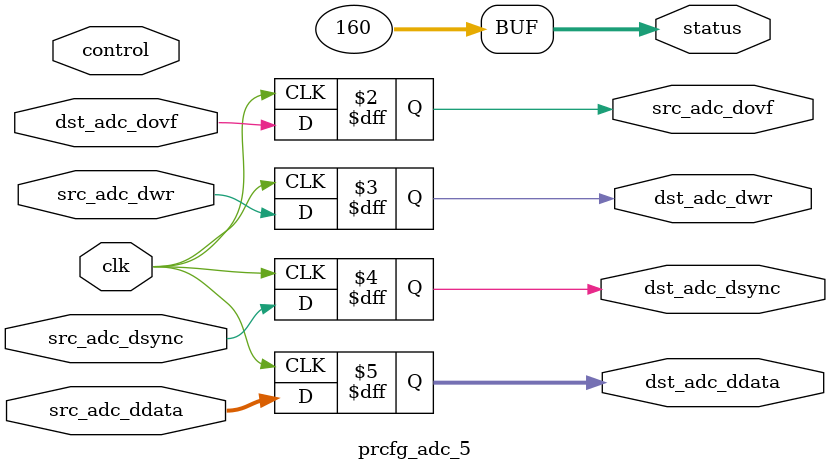
<source format=v>
module prcfg_adc_5 (
  clk,
  control,
  status,
  src_adc_dwr,
  src_adc_dsync,
  src_adc_ddata,
  src_adc_dovf,
  dst_adc_dwr,
  dst_adc_dsync,
  dst_adc_ddata,
  dst_adc_dovf
);
  localparam  RP_ID       = 8'hA0;
  parameter   CHANNEL_ID  = 0;
  input             clk;
  input   [31:0]    control;
  output  [31:0]    status;
  input             src_adc_dwr;
  input             src_adc_dsync;
  input   [31:0]    src_adc_ddata;
  output            src_adc_dovf;
  output            dst_adc_dwr;
  output            dst_adc_dsync;
  output  [31:0]    dst_adc_ddata;
  input             dst_adc_dovf;
  reg               dst_adc_dwr;
  reg               dst_adc_dsync;
  reg     [31:0]    dst_adc_ddata;
  reg               src_adc_dovf;
  assign status = {24'h0, RP_ID};
  always @(posedge clk) begin
    dst_adc_dwr    <= src_adc_dwr;
    dst_adc_dsync  <= src_adc_dsync;
    dst_adc_ddata  <= src_adc_ddata;
    src_adc_dovf   <= dst_adc_dovf;
  end
endmodule
</source>
